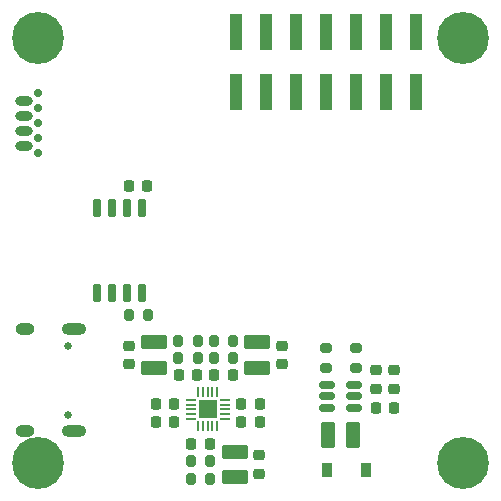
<source format=gbs>
%TF.GenerationSoftware,KiCad,Pcbnew,(6.0.1)*%
%TF.CreationDate,2022-02-16T12:07:44+01:00*%
%TF.ProjectId,f1c200s,66316332-3030-4732-9e6b-696361645f70,rev?*%
%TF.SameCoordinates,PX754fbd0PY813b7f0*%
%TF.FileFunction,Soldermask,Bot*%
%TF.FilePolarity,Negative*%
%FSLAX46Y46*%
G04 Gerber Fmt 4.6, Leading zero omitted, Abs format (unit mm)*
G04 Created by KiCad (PCBNEW (6.0.1)) date 2022-02-16 12:07:44*
%MOMM*%
%LPD*%
G01*
G04 APERTURE LIST*
G04 Aperture macros list*
%AMRoundRect*
0 Rectangle with rounded corners*
0 $1 Rounding radius*
0 $2 $3 $4 $5 $6 $7 $8 $9 X,Y pos of 4 corners*
0 Add a 4 corners polygon primitive as box body*
4,1,4,$2,$3,$4,$5,$6,$7,$8,$9,$2,$3,0*
0 Add four circle primitives for the rounded corners*
1,1,$1+$1,$2,$3*
1,1,$1+$1,$4,$5*
1,1,$1+$1,$6,$7*
1,1,$1+$1,$8,$9*
0 Add four rect primitives between the rounded corners*
20,1,$1+$1,$2,$3,$4,$5,0*
20,1,$1+$1,$4,$5,$6,$7,0*
20,1,$1+$1,$6,$7,$8,$9,0*
20,1,$1+$1,$8,$9,$2,$3,0*%
G04 Aperture macros list end*
%ADD10C,0.700000*%
%ADD11C,4.400000*%
%ADD12O,1.500000X0.800000*%
%ADD13C,0.650000*%
%ADD14O,1.600000X1.000000*%
%ADD15O,2.100000X1.000000*%
%ADD16RoundRect,0.225000X-0.225000X-0.250000X0.225000X-0.250000X0.225000X0.250000X-0.225000X0.250000X0*%
%ADD17RoundRect,0.200000X-0.200000X-0.275000X0.200000X-0.275000X0.200000X0.275000X-0.200000X0.275000X0*%
%ADD18RoundRect,0.150000X-0.512500X-0.150000X0.512500X-0.150000X0.512500X0.150000X-0.512500X0.150000X0*%
%ADD19RoundRect,0.250000X0.375000X0.850000X-0.375000X0.850000X-0.375000X-0.850000X0.375000X-0.850000X0*%
%ADD20RoundRect,0.200000X0.200000X0.275000X-0.200000X0.275000X-0.200000X-0.275000X0.200000X-0.275000X0*%
%ADD21RoundRect,0.225000X0.225000X0.250000X-0.225000X0.250000X-0.225000X-0.250000X0.225000X-0.250000X0*%
%ADD22RoundRect,0.150000X0.150000X-0.650000X0.150000X0.650000X-0.150000X0.650000X-0.150000X-0.650000X0*%
%ADD23RoundRect,0.250000X0.850000X-0.375000X0.850000X0.375000X-0.850000X0.375000X-0.850000X-0.375000X0*%
%ADD24RoundRect,0.250000X-0.850000X0.375000X-0.850000X-0.375000X0.850000X-0.375000X0.850000X0.375000X0*%
%ADD25RoundRect,0.200000X0.275000X-0.200000X0.275000X0.200000X-0.275000X0.200000X-0.275000X-0.200000X0*%
%ADD26R,0.900000X1.200000*%
%ADD27RoundRect,0.225000X0.250000X-0.225000X0.250000X0.225000X-0.250000X0.225000X-0.250000X-0.225000X0*%
%ADD28RoundRect,0.050000X-0.050000X0.375000X-0.050000X-0.375000X0.050000X-0.375000X0.050000X0.375000X0*%
%ADD29RoundRect,0.050000X-0.375000X0.050000X-0.375000X-0.050000X0.375000X-0.050000X0.375000X0.050000X0*%
%ADD30R,1.650000X1.650000*%
%ADD31RoundRect,0.225000X-0.250000X0.225000X-0.250000X-0.225000X0.250000X-0.225000X0.250000X0.225000X0*%
%ADD32R,1.000000X3.150000*%
G04 APERTURE END LIST*
D10*
X840000Y38510000D03*
X3656726Y39676726D03*
D11*
X2490000Y38510000D03*
D10*
X3656726Y37343274D03*
X4140000Y38510000D03*
X2490000Y36860000D03*
X1323274Y37343274D03*
X2490000Y40160000D03*
X1323274Y39676726D03*
X2470000Y33825000D03*
X2470000Y31285000D03*
X2470000Y32555000D03*
X2470000Y28745000D03*
X2470000Y30015000D03*
D12*
X1315000Y33190000D03*
X1315000Y31920000D03*
X1315000Y30650000D03*
X1315000Y29380000D03*
D10*
X40140000Y2510000D03*
X39656726Y3676726D03*
X37323274Y1343274D03*
X38490000Y4160000D03*
X37323274Y3676726D03*
D11*
X38490000Y2510000D03*
D10*
X36840000Y2510000D03*
X38490000Y860000D03*
X39656726Y1343274D03*
D11*
X2490000Y2510000D03*
D10*
X4140000Y2510000D03*
X2490000Y860000D03*
X840000Y2510000D03*
X3656726Y1343274D03*
X1323274Y3676726D03*
X1323274Y1343274D03*
X3656726Y3676726D03*
X2490000Y4160000D03*
X36840000Y38510000D03*
D11*
X38490000Y38510000D03*
D10*
X38490000Y40160000D03*
X39656726Y39676726D03*
X37323274Y39676726D03*
X38490000Y36860000D03*
X37323274Y37343274D03*
X39656726Y37343274D03*
X40140000Y38510000D03*
D13*
X5035000Y12400000D03*
X5035000Y6620000D03*
D14*
X1355000Y5190000D03*
D15*
X5535000Y5190000D03*
D14*
X1355000Y13830000D03*
D15*
X5535000Y13830000D03*
D16*
X17415000Y9935000D03*
X18965000Y9935000D03*
D17*
X15440000Y1160000D03*
X17090000Y1160000D03*
D18*
X27002500Y7210000D03*
X27002500Y8160000D03*
X27002500Y9110000D03*
X29277500Y9110000D03*
X29277500Y8160000D03*
X29277500Y7210000D03*
D17*
X15440000Y2660000D03*
X17090000Y2660000D03*
D19*
X29190000Y4910000D03*
X27040000Y4910000D03*
D20*
X16015000Y12885000D03*
X14365000Y12885000D03*
D21*
X15965000Y9935000D03*
X14415000Y9935000D03*
D17*
X17365000Y11410000D03*
X19015000Y11410000D03*
D16*
X15490000Y4160000D03*
X17040000Y4160000D03*
D21*
X14015000Y6010000D03*
X12465000Y6010000D03*
D22*
X11270000Y16910000D03*
X10000000Y16910000D03*
X8730000Y16910000D03*
X7460000Y16910000D03*
X7460000Y24110000D03*
X8730000Y24110000D03*
X10000000Y24110000D03*
X11270000Y24110000D03*
D23*
X12315000Y10585000D03*
X12315000Y12735000D03*
D16*
X19715000Y6010000D03*
X21265000Y6010000D03*
X31115000Y7210000D03*
X32665000Y7210000D03*
D21*
X14015000Y7480000D03*
X12465000Y7480000D03*
D20*
X16015000Y11410000D03*
X14365000Y11410000D03*
D24*
X19140000Y3460000D03*
X19140000Y1310000D03*
D25*
X26890000Y10585000D03*
X26890000Y12235000D03*
D16*
X19715000Y7490000D03*
X21265000Y7490000D03*
D26*
X30290000Y1910000D03*
X26990000Y1910000D03*
D20*
X11815000Y15010000D03*
X10165000Y15010000D03*
D23*
X21065000Y10585000D03*
X21065000Y12735000D03*
D27*
X32640000Y8810000D03*
X32640000Y10360000D03*
D28*
X16065000Y8510000D03*
X16465000Y8510000D03*
X16865000Y8510000D03*
X17265000Y8510000D03*
X17665000Y8510000D03*
D29*
X18315000Y7860000D03*
X18315000Y7460000D03*
X18315000Y7060000D03*
X18315000Y6660000D03*
X18315000Y6260000D03*
D28*
X17665000Y5610000D03*
X17265000Y5610000D03*
X16865000Y5610000D03*
X16465000Y5610000D03*
X16065000Y5610000D03*
D29*
X15415000Y6260000D03*
X15415000Y6660000D03*
X15415000Y7060000D03*
X15415000Y7460000D03*
X15415000Y7860000D03*
D30*
X16865000Y7060000D03*
D31*
X10215000Y12435000D03*
X10215000Y10885000D03*
D21*
X11765000Y26010000D03*
X10215000Y26010000D03*
D25*
X29390000Y10585000D03*
X29390000Y12235000D03*
D27*
X21240000Y1610000D03*
X21240000Y3160000D03*
D32*
X34480000Y33930000D03*
X34480000Y38980000D03*
X31940000Y33930000D03*
X31940000Y38980000D03*
X29400000Y33930000D03*
X29400000Y38980000D03*
X26860000Y33930000D03*
X26860000Y38980000D03*
X24320000Y33930000D03*
X24320000Y38980000D03*
X21780000Y33930000D03*
X21780000Y38980000D03*
X19240000Y33930000D03*
X19240000Y38980000D03*
D17*
X17365000Y12885000D03*
X19015000Y12885000D03*
D27*
X31140000Y8810000D03*
X31140000Y10360000D03*
D31*
X23165000Y12435000D03*
X23165000Y10885000D03*
M02*

</source>
